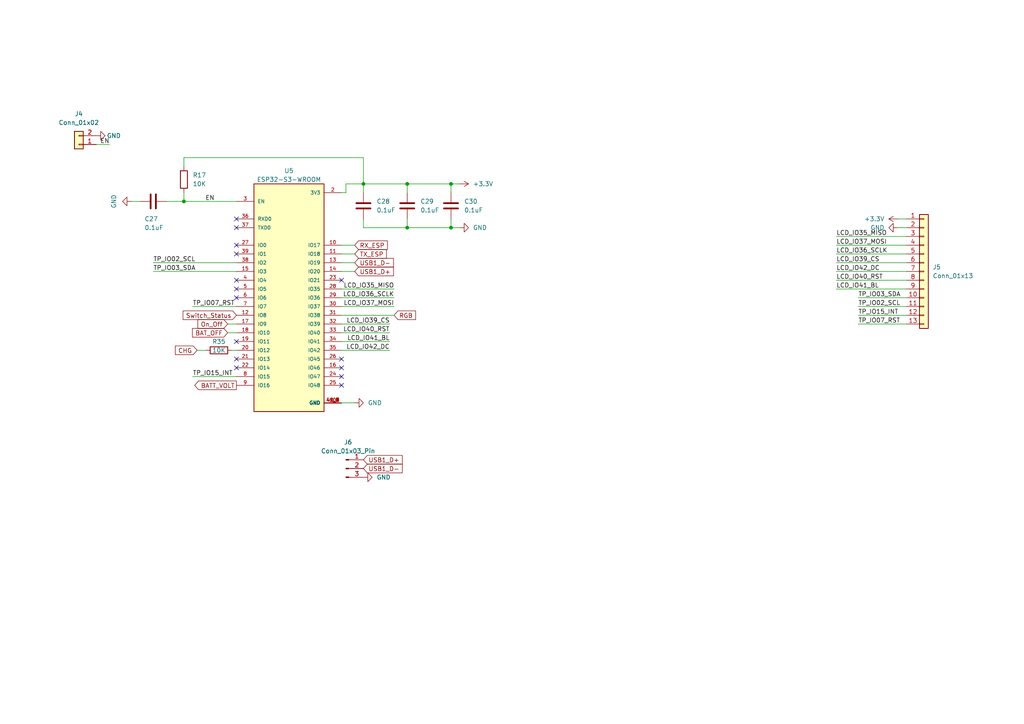
<source format=kicad_sch>
(kicad_sch (version 20230121) (generator eeschema)
  (paper "A4")
  (lib_symbols
    (symbol "Connector:Conn_01x03_Pin" (pin_names (offset 1.016) hide)
      (property "Reference" "J" (at 0 5.08 0))
      (property "Value" "Conn_01x03_Pin" (at 0 -5.08 0))
      (symbol "Conn_01x03_Pin_1_1"
        (polyline (pts (xy 1.27 -2.54) (xy 0.8636 -2.54)) (stroke (width 0.1524)))
        (polyline (pts (xy 1.27 0) (xy 0.8636 0)) (stroke (width 0.1524)))
        (polyline (pts (xy 1.27 2.54) (xy 0.8636 2.54)) (stroke (width 0.1524)))
        (rectangle (start 0.8636 -2.413) (end 0 -2.667) (stroke (width 0.1524)) (fill (type outline)))
        (rectangle (start 0.8636 0.127) (end 0 -0.127) (stroke (width 0.1524)) (fill (type outline)))
        (rectangle (start 0.8636 2.667) (end 0 2.413) (stroke (width 0.1524)) (fill (type outline)))
        (pin passive line (at 5.08 2.54 180) (length 3.81) (name "Pin_1") (number "1"))
        (pin passive line (at 5.08 0 180) (length 3.81) (name "Pin_2") (number "2"))
        (pin passive line (at 5.08 -2.54 180) (length 3.81) (name "Pin_3") (number "3"))
      )
    )
    (symbol "Connector_Generic:Conn_01x02" (pin_names (offset 1.016) hide)
      (property "Reference" "J" (at 0 2.54 0))
      (property "Value" "Conn_01x02" (at 0 -5.08 0))
      (symbol "Conn_01x02_1_1"
        (rectangle (start -1.27 -2.413) (end 0 -2.667) (stroke (width 0.1524)))
        (rectangle (start -1.27 0.127) (end 0 -0.127) (stroke (width 0.1524)))
        (rectangle (start -1.27 1.27) (end 1.27 -3.81) (stroke (width 0.254)) (fill (type background)))
        (pin passive line (at -5.08 0 0) (length 3.81) (name "Pin_1") (number "1"))
        (pin passive line (at -5.08 -2.54 0) (length 3.81) (name "Pin_2") (number "2"))
      )
    )
    (symbol "Connector_Generic:Conn_01x13" (pin_names (offset 1.016) hide)
      (property "Reference" "J" (at 0 17.78 0))
      (property "Value" "Conn_01x13" (at 0 -17.78 0))
      (symbol "Conn_01x13_1_1"
        (rectangle (start -1.27 -15.113) (end 0 -15.367) (stroke (width 0.1524)))
        (rectangle (start -1.27 -12.573) (end 0 -12.827) (stroke (width 0.1524)))
        (rectangle (start -1.27 -10.033) (end 0 -10.287) (stroke (width 0.1524)))
        (rectangle (start -1.27 -7.493) (end 0 -7.747) (stroke (width 0.1524)))
        (rectangle (start -1.27 -4.953) (end 0 -5.207) (stroke (width 0.1524)))
        (rectangle (start -1.27 -2.413) (end 0 -2.667) (stroke (width 0.1524)))
        (rectangle (start -1.27 0.127) (end 0 -0.127) (stroke (width 0.1524)))
        (rectangle (start -1.27 2.667) (end 0 2.413) (stroke (width 0.1524)))
        (rectangle (start -1.27 5.207) (end 0 4.953) (stroke (width 0.1524)))
        (rectangle (start -1.27 7.747) (end 0 7.493) (stroke (width 0.1524)))
        (rectangle (start -1.27 10.287) (end 0 10.033) (stroke (width 0.1524)))
        (rectangle (start -1.27 12.827) (end 0 12.573) (stroke (width 0.1524)))
        (rectangle (start -1.27 15.367) (end 0 15.113) (stroke (width 0.1524)))
        (rectangle (start -1.27 16.51) (end 1.27 -16.51) (stroke (width 0.254)) (fill (type background)))
        (pin passive line (at -5.08 15.24 0) (length 3.81) (name "Pin_1") (number "1"))
        (pin passive line (at -5.08 -7.62 0) (length 3.81) (name "Pin_10") (number "10"))
        (pin passive line (at -5.08 -10.16 0) (length 3.81) (name "Pin_11") (number "11"))
        (pin passive line (at -5.08 -12.7 0) (length 3.81) (name "Pin_12") (number "12"))
        (pin passive line (at -5.08 -15.24 0) (length 3.81) (name "Pin_13") (number "13"))
        (pin passive line (at -5.08 12.7 0) (length 3.81) (name "Pin_2") (number "2"))
        (pin passive line (at -5.08 10.16 0) (length 3.81) (name "Pin_3") (number "3"))
        (pin passive line (at -5.08 7.62 0) (length 3.81) (name "Pin_4") (number "4"))
        (pin passive line (at -5.08 5.08 0) (length 3.81) (name "Pin_5") (number "5"))
        (pin passive line (at -5.08 2.54 0) (length 3.81) (name "Pin_6") (number "6"))
        (pin passive line (at -5.08 0 0) (length 3.81) (name "Pin_7") (number "7"))
        (pin passive line (at -5.08 -2.54 0) (length 3.81) (name "Pin_8") (number "8"))
        (pin passive line (at -5.08 -5.08 0) (length 3.81) (name "Pin_9") (number "9"))
      )
    )
    (symbol "Device:C" (pin_numbers hide) (pin_names (offset 0.254))
      (property "Reference" "C" (at 0.635 2.54 0))
      (property "Value" "C" (at 0.635 -2.54 0))
      (symbol "C_0_1"
        (polyline (pts (xy -2.032 -0.762) (xy 2.032 -0.762)) (stroke (width 0.508)))
        (polyline (pts (xy -2.032 0.762) (xy 2.032 0.762)) (stroke (width 0.508)))
      )
      (symbol "C_1_1"
        (pin passive line (at 0 3.81 270) (length 2.794) (name "~") (number "1"))
        (pin passive line (at 0 -3.81 90) (length 2.794) (name "~") (number "2"))
      )
    )
    (symbol "Device:R" (pin_numbers hide) (pin_names (offset 0))
      (property "Reference" "R" (at 2.032 0 90))
      (property "Value" "R" (at 0 0 90))
      (symbol "R_0_1"
        (rectangle (start -1.016 -2.54) (end 1.016 2.54) (stroke (width 0.254)))
      )
      (symbol "R_1_1"
        (pin passive line (at 0 3.81 270) (length 1.27) (name "~") (number "1"))
        (pin passive line (at 0 -3.81 90) (length 1.27) (name "~") (number "2"))
      )
    )
    (symbol "Dotworld:ESP32-S3-WROOM" (pin_names (offset 1.016))
      (property "Reference" "U" (at -10.16 34.1122 0))
      (property "Value" "ESP32-S3-WROOM" (at -10.16 -35.56 0))
      (symbol "ESP32-S3-WROOM_0_0"
        (rectangle (start -10.16 -33.02) (end 10.16 33.02) (stroke (width 0.254)) (fill (type background)))
        (pin power_in line (at 15.24 -30.48 180) (length 5.08) (name "GND") (number "1"))
        (pin bidirectional line (at 15.24 15.24 180) (length 5.08) (name "IO17") (number "10"))
        (pin bidirectional line (at 15.24 12.7 180) (length 5.08) (name "IO18") (number "11"))
        (pin bidirectional line (at -15.24 -5.08 0) (length 5.08) (name "IO8") (number "12"))
        (pin bidirectional line (at 15.24 10.16 180) (length 5.08) (name "IO19") (number "13"))
        (pin bidirectional line (at 15.24 7.62 180) (length 5.08) (name "IO20") (number "14"))
        (pin bidirectional line (at -15.24 7.62 0) (length 5.08) (name "IO3") (number "15"))
        (pin bidirectional line (at 15.24 -20.32 180) (length 5.08) (name "IO46") (number "16"))
        (pin bidirectional line (at -15.24 -7.62 0) (length 5.08) (name "IO9") (number "17"))
        (pin bidirectional line (at -15.24 -10.16 0) (length 5.08) (name "IO10") (number "18"))
        (pin bidirectional line (at -15.24 -12.7 0) (length 5.08) (name "IO11") (number "19"))
        (pin power_in line (at 15.24 30.48 180) (length 5.08) (name "3V3") (number "2"))
        (pin bidirectional line (at -15.24 -15.24 0) (length 5.08) (name "IO12") (number "20"))
        (pin bidirectional line (at -15.24 -17.78 0) (length 5.08) (name "IO13") (number "21"))
        (pin bidirectional line (at -15.24 -20.32 0) (length 5.08) (name "IO14") (number "22"))
        (pin bidirectional line (at 15.24 5.08 180) (length 5.08) (name "IO21") (number "23"))
        (pin bidirectional line (at 15.24 -22.86 180) (length 5.08) (name "IO47") (number "24"))
        (pin bidirectional line (at 15.24 -25.4 180) (length 5.08) (name "IO48") (number "25"))
        (pin bidirectional line (at 15.24 -17.78 180) (length 5.08) (name "IO45") (number "26"))
        (pin bidirectional line (at -15.24 15.24 0) (length 5.08) (name "IO0") (number "27"))
        (pin bidirectional line (at 15.24 2.54 180) (length 5.08) (name "IO35") (number "28"))
        (pin bidirectional line (at 15.24 0 180) (length 5.08) (name "IO36") (number "29"))
        (pin input line (at -15.24 27.94 0) (length 5.08) (name "EN") (number "3"))
        (pin bidirectional line (at 15.24 -2.54 180) (length 5.08) (name "IO37") (number "30"))
        (pin bidirectional line (at 15.24 -5.08 180) (length 5.08) (name "IO38") (number "31"))
        (pin bidirectional line (at 15.24 -7.62 180) (length 5.08) (name "IO39") (number "32"))
        (pin bidirectional line (at 15.24 -10.16 180) (length 5.08) (name "IO40") (number "33"))
        (pin bidirectional line (at 15.24 -12.7 180) (length 5.08) (name "IO41") (number "34"))
        (pin bidirectional line (at 15.24 -15.24 180) (length 5.08) (name "IO42") (number "35"))
        (pin bidirectional line (at -15.24 22.86 0) (length 5.08) (name "RXD0") (number "36"))
        (pin bidirectional line (at -15.24 20.32 0) (length 5.08) (name "TXD0") (number "37"))
        (pin bidirectional line (at -15.24 10.16 0) (length 5.08) (name "IO2") (number "38"))
        (pin bidirectional line (at -15.24 12.7 0) (length 5.08) (name "IO1") (number "39"))
        (pin bidirectional line (at -15.24 5.08 0) (length 5.08) (name "IO4") (number "4"))
        (pin power_in line (at 15.24 -30.48 180) (length 5.08) (name "GND") (number "40"))
        (pin power_in line (at 15.24 -30.48 180) (length 5.08) (name "GND") (number "41_1"))
        (pin power_in line (at 15.24 -30.48 180) (length 5.08) (name "GND") (number "41_2"))
        (pin power_in line (at 15.24 -30.48 180) (length 5.08) (name "GND") (number "41_3"))
        (pin power_in line (at 15.24 -30.48 180) (length 5.08) (name "GND") (number "41_4"))
        (pin power_in line (at 15.24 -30.48 180) (length 5.08) (name "GND") (number "41_5"))
        (pin power_in line (at 15.24 -30.48 180) (length 5.08) (name "GND") (number "41_6"))
        (pin power_in line (at 15.24 -30.48 180) (length 5.08) (name "GND") (number "41_7"))
        (pin power_in line (at 15.24 -30.48 180) (length 5.08) (name "GND") (number "41_8"))
        (pin power_in line (at 15.24 -30.48 180) (length 5.08) (name "GND") (number "41_9"))
        (pin bidirectional line (at -15.24 2.54 0) (length 5.08) (name "IO5") (number "5"))
        (pin bidirectional line (at -15.24 0 0) (length 5.08) (name "IO6") (number "6"))
        (pin bidirectional line (at -15.24 -2.54 0) (length 5.08) (name "IO7") (number "7"))
        (pin bidirectional line (at -15.24 -22.86 0) (length 5.08) (name "IO15") (number "8"))
        (pin bidirectional line (at -15.24 -25.4 0) (length 5.08) (name "IO16") (number "9"))
      )
    )
    (symbol "GND_1" (power) (pin_names (offset 0))
      (property "Value" "GND_1" (at 0 -3.81 0))
      (symbol "GND_1_0_1"
        (polyline (pts (xy 0 0) (xy 0 -1.27) (xy 1.27 -1.27) (xy 0 -2.54) (xy -1.27 -1.27) (xy 0 -1.27)))
      )
      (symbol "GND_1_1_1"
        (pin power_in line (at 0 0 270) (length 0) hide (name "GND") (number "1"))
      )
    )
    (symbol "GND_2" (power) (pin_names (offset 0))
      (property "Value" "GND_2" (at 0 -3.81 0))
      (symbol "GND_2_0_1"
        (polyline (pts (xy 0 0) (xy 0 -1.27) (xy 1.27 -1.27) (xy 0 -2.54) (xy -1.27 -1.27) (xy 0 -1.27)))
      )
      (symbol "GND_2_1_1"
        (pin power_in line (at 0 0 270) (length 0) hide (name "GND") (number "1"))
      )
    )
    (symbol "power:+3.3V" (power) (pin_names (offset 0))
      (property "Value" "+3.3V" (at 0 3.556 0))
      (symbol "+3.3V_0_1"
        (polyline (pts (xy -0.762 1.27) (xy 0 2.54)))
        (polyline (pts (xy 0 0) (xy 0 2.54)))
        (polyline (pts (xy 0 2.54) (xy 0.762 1.27)))
      )
      (symbol "+3.3V_1_1"
        (pin power_in line (at 0 0 90) (length 0) hide (name "+3.3V") (number "1"))
      )
    )
    (symbol "power:GND" (power) (pin_names (offset 0))
      (property "Value" "GND" (at 0 -3.81 0))
      (symbol "GND_0_1"
        (polyline (pts (xy 0 0) (xy 0 -1.27) (xy 1.27 -1.27) (xy 0 -2.54) (xy -1.27 -1.27) (xy 0 -1.27)))
      )
      (symbol "GND_1_1"
        (pin power_in line (at 0 0 270) (length 0) hide (name "GND") (number "1"))
      )
    )
  )
  (junction (at 105.41 53.34))
  (junction (at 53.34 58.42))
  (junction (at 130.81 66.04))
  (junction (at 118.11 53.34))
  (junction (at 118.11 66.04))
  (junction (at 130.81 53.34))
  (no_connect (at 68.58 73.66))
  (no_connect (at 68.58 104.14))
  (no_connect (at 68.58 106.68))
  (no_connect (at 68.58 83.82))
  (no_connect (at 68.58 99.06))
  (no_connect (at 99.06 109.22))
  (no_connect (at 99.06 104.14))
  (no_connect (at 99.06 106.68))
  (no_connect (at 68.58 66.04))
  (no_connect (at 68.58 63.5))
  (no_connect (at 99.06 111.76))
  (no_connect (at 68.58 81.28))
  (no_connect (at 99.06 81.28))
  (no_connect (at 68.58 71.12))
  (no_connect (at 68.58 86.36))
  (wire (pts (xy 53.34 45.72) (xy 105.41 45.72)))
  (wire (pts (xy 102.87 116.84) (xy 99.06 116.84)))
  (wire (pts (xy 99.06 99.06) (xy 113.03 99.06)))
  (wire (pts (xy 130.81 66.04) (xy 130.81 63.5)))
  (wire (pts (xy 105.41 55.88) (xy 105.41 53.34)))
  (wire (pts (xy 260.35 66.04) (xy 262.89 66.04)))
  (wire (pts (xy 67.31 101.6) (xy 68.58 101.6)))
  (wire (pts (xy 242.57 68.58) (xy 262.89 68.58)))
  (wire (pts (xy 53.34 45.72) (xy 53.34 48.26)))
  (wire (pts (xy 66.04 96.52) (xy 68.58 96.52)))
  (wire (pts (xy 242.57 71.12) (xy 262.89 71.12)))
  (wire (pts (xy 105.41 45.72) (xy 105.41 53.34)))
  (wire (pts (xy 242.57 78.74) (xy 262.89 78.74)))
  (wire (pts (xy 99.06 101.6) (xy 113.03 101.6)))
  (wire (pts (xy 44.45 76.2) (xy 68.58 76.2)))
  (wire (pts (xy 133.35 66.04) (xy 130.81 66.04)))
  (wire (pts (xy 118.11 63.5) (xy 118.11 66.04)))
  (wire (pts (xy 133.35 53.34) (xy 130.81 53.34)))
  (wire (pts (xy 53.34 58.42) (xy 68.58 58.42)))
  (wire (pts (xy 57.15 101.6) (xy 59.69 101.6)))
  (wire (pts (xy 99.06 73.66) (xy 102.87 73.66)))
  (wire (pts (xy 248.92 91.44) (xy 262.89 91.44)))
  (wire (pts (xy 53.34 55.88) (xy 53.34 58.42)))
  (wire (pts (xy 248.92 88.9) (xy 262.89 88.9)))
  (wire (pts (xy 99.06 86.36) (xy 114.3 86.36)))
  (wire (pts (xy 99.06 93.98) (xy 113.03 93.98)))
  (wire (pts (xy 38.1 58.42) (xy 40.64 58.42)))
  (wire (pts (xy 102.87 78.74) (xy 99.06 78.74)))
  (wire (pts (xy 130.81 53.34) (xy 130.81 55.88)))
  (wire (pts (xy 100.33 55.88) (xy 99.06 55.88)))
  (wire (pts (xy 248.92 86.36) (xy 262.89 86.36)))
  (wire (pts (xy 55.88 88.9) (xy 68.58 88.9)))
  (wire (pts (xy 48.26 58.42) (xy 53.34 58.42)))
  (wire (pts (xy 260.35 63.5) (xy 262.89 63.5)))
  (wire (pts (xy 105.41 63.5) (xy 105.41 66.04)))
  (wire (pts (xy 242.57 73.66) (xy 262.89 73.66)))
  (wire (pts (xy 242.57 81.28) (xy 262.89 81.28)))
  (wire (pts (xy 118.11 53.34) (xy 130.81 53.34)))
  (wire (pts (xy 114.3 91.44) (xy 99.06 91.44)))
  (wire (pts (xy 105.41 66.04) (xy 118.11 66.04)))
  (wire (pts (xy 242.57 76.2) (xy 262.89 76.2)))
  (wire (pts (xy 44.45 78.74) (xy 68.58 78.74)))
  (wire (pts (xy 27.94 41.91) (xy 31.75 41.91)))
  (wire (pts (xy 102.87 76.2) (xy 99.06 76.2)))
  (wire (pts (xy 118.11 66.04) (xy 130.81 66.04)))
  (wire (pts (xy 248.92 93.98) (xy 262.89 93.98)))
  (wire (pts (xy 100.33 53.34) (xy 105.41 53.34)))
  (wire (pts (xy 242.57 83.82) (xy 262.89 83.82)))
  (wire (pts (xy 99.06 83.82) (xy 114.3 83.82)))
  (wire (pts (xy 113.03 96.52) (xy 99.06 96.52)))
  (wire (pts (xy 105.41 53.34) (xy 118.11 53.34)))
  (wire (pts (xy 55.88 109.22) (xy 68.58 109.22)))
  (wire (pts (xy 118.11 53.34) (xy 118.11 55.88)))
  (wire (pts (xy 102.87 71.12) (xy 99.06 71.12)))
  (wire (pts (xy 66.04 93.98) (xy 68.58 93.98)))
  (wire (pts (xy 100.33 55.88) (xy 100.33 53.34)))
  (wire (pts (xy 99.06 88.9) (xy 114.3 88.9)))
  (label "TP_IO15_INT" (at 55.88 109.22 0))
  (label "TP_IO03_SDA" (at 44.45 78.74 0))
  (label "LCD_IO40_RST" (at 242.57 81.28 0))
  (label "EN" (at 62.23 58.42 180))
  (label "LCD_IO35_MISO" (at 242.57 68.58 0))
  (label "EN" (at 31.75 41.91 180))
  (label "LCD_IO35_MISO" (at 114.3 83.82 180))
  (label "LCD_IO36_SCLK" (at 242.57 73.66 0))
  (label "TP_IO07_RST" (at 248.92 93.98 0))
  (label "TP_IO02_SCL" (at 44.45 76.2 0))
  (label "TP_IO03_SDA" (at 248.92 86.36 0))
  (label "LCD_IO42_DC" (at 113.03 101.6 180))
  (label "TP_IO07_RST" (at 55.88 88.9 0))
  (label "LCD_IO37_MOSI" (at 242.57 71.12 0))
  (label "LCD_IO40_RST" (at 113.03 96.52 180))
  (label "LCD_IO37_MOSI" (at 114.3 88.9 180))
  (label "LCD_IO36_SCLK" (at 114.3 86.36 180))
  (label "LCD_IO39_CS" (at 113.03 93.98 180))
  (label "TP_IO15_INT" (at 248.92 91.44 0))
  (label "LCD_IO39_CS" (at 242.57 76.2 0))
  (label "LCD_IO42_DC" (at 242.57 78.74 0))
  (label "LCD_IO41_BL" (at 113.03 99.06 180))
  (label "TP_IO02_SCL" (at 248.92 88.9 0))
  (label "LCD_IO41_BL" (at 242.57 83.82 0))
  (global_label "On_Off" (shape input) (at 66.04 93.98 180) (property "Intersheetrefs" "${INTERSHEET_REFS}" (effects hide)))
  (global_label "RX_ESP" (shape input) (at 102.87 71.12 0) (property "Intersheetrefs" "${INTERSHEET_REFS}" (effects hide)))
  (global_label "USB1_D+" (shape input) (at 102.87 78.74 0) (property "Intersheetrefs" "${INTERSHEET_REFS}" (effects hide)))
  (global_label "TX_ESP" (shape input) (at 102.87 73.66 0) (property "Intersheetrefs" "${INTERSHEET_REFS}" (effects hide)))
  (global_label "RGB" (shape input) (at 114.3 91.44 0) (property "Intersheetrefs" "${INTERSHEET_REFS}" (effects hide)))
  (global_label "BATT_VOLT" (shape output) (at 68.58 111.76 180) (property "Intersheetrefs" "${INTERSHEET_REFS}" (effects hide)))
  (global_label "USB1_D-" (shape input) (at 102.87 76.2 0) (property "Intersheetrefs" "${INTERSHEET_REFS}" (effects hide)))
  (global_label "USB1_D+" (shape input) (at 105.41 133.35 0) (property "Intersheetrefs" "${INTERSHEET_REFS}" (effects hide)))
  (global_label "USB1_D-" (shape input) (at 105.41 135.89 0) (property "Intersheetrefs" "${INTERSHEET_REFS}" (effects hide)))
  (global_label "BAT_OFF" (shape input) (at 66.04 96.52 180) (property "Intersheetrefs" "${INTERSHEET_REFS}" (effects hide)))
  (global_label "CHG" (shape input) (at 57.15 101.6 180) (property "Intersheetrefs" "${INTERSHEET_REFS}" (effects hide)))
  (global_label "Switch_Status" (shape input) (at 68.58 91.44 180) (property "Intersheetrefs" "${INTERSHEET_REFS}" (effects hide)))
  (symbol (lib_id "Device:C") (at 105.41 59.69 0) (unit 1)
    (property "Reference" "C28" (at 109.22 58.42 0) (effects (justify left)))
    (property "Value" "0.1uF" (at 109.22 60.96 0) (effects (justify left)))
    (property "Footprint" "Capacitor_SMD:C_0603_1608Metric" (effects hide))
  )
  (symbol (lib_id "Device:C") (at 44.45 58.42 270) (unit 1)
    (property "Reference" "C27" (at 41.91 63.5 90) (effects (justify left)))
    (property "Value" "0.1uF" (at 41.91 66.04 90) (effects (justify left)))
    (property "Footprint" "Capacitor_SMD:C_0603_1608Metric" (effects hide))
  )
  (symbol (lib_id "power:GND") (at 105.41 138.43 90) (unit 1)
    (property "Reference" "#PWR043" (effects hide))
    (property "Value" "GND" (at 109.22 138.43 90) (effects (justify right)))
  )
  (symbol (lib_id "Device:R") (at 53.34 52.07 180) (unit 1)
    (property "Reference" "R17" (at 55.88 50.8 0) (effects (justify right)))
    (property "Value" "10K" (at 55.88 53.34 0) (effects (justify right)))
    (property "Footprint" "Resistor_SMD:R_0402_1005Metric" (effects hide))
  )
  (symbol (lib_id "Device:R") (at 63.5 101.6 270) (unit 1)
    (property "Reference" "R35" (at 63.5 99.06 90))
    (property "Value" "10K" (at 63.5 101.6 90))
    (property "Footprint" "Resistor_SMD:R_0402_1005Metric" (effects hide))
  )
  (symbol (lib_id "Dotworld:ESP32-S3-WROOM") (at 83.82 86.36 0) (unit 1)
    (property "Reference" "U5" (at 83.82 49.53 0))
    (property "Value" "ESP32-S3-WROOM" (at 83.82 52.07 0))
    (property "Footprint" "Dotworld:ESP32-S3-WROOM1-N4R2" (effects hide))
    (property "STANDARD" "Manufacturer Recommendations" (effects hide))
    (property "MAXIMUM_PACKAGE_HEIGHT" "3.25mm" (effects hide))
    (property "MANUFACTURER" "Espressif" (effects hide))
    (property "PARTREV" "v1.0" (effects hide))
  )
  (symbol (lib_name "GND_1") (lib_id "power:GND") (at 38.1 58.42 270) (unit 1)
    (property "Reference" "#PWR038" (effects hide))
    (property "Value" "GND" (at 33.02 58.42 0))
  )
  (symbol (lib_id "Connector_Generic:Conn_01x13") (at 267.97 78.74 0) (unit 1)
    (property "Reference" "J5" (at 270.51 77.47 0) (effects (justify left)))
    (property "Value" "Conn_01x13" (at 270.51 80.01 0) (effects (justify left)))
    (property "Footprint" "Connector_JST:JST_GH_SM13B-GHS-TB_1x13-1MP_P1.25mm_Horizontal" (effects hide))
  )
  (symbol (lib_id "Connector_Generic:Conn_01x02") (at 22.86 41.91 180) (unit 1)
    (property "Reference" "J4" (at 22.86 33.02 0))
    (property "Value" "Conn_01x02" (at 22.86 35.56 0))
    (property "Footprint" "Connector_PinHeader_1.27mm:PinHeader_1x02_P1.27mm_Vertical" (effects hide))
  )
  (symbol (lib_id "power:GND") (at 27.94 39.37 90) (unit 1)
    (property "Reference" "#PWR036" (effects hide))
    (property "Value" "GND" (at 33.02 39.37 90))
  )
  (symbol (lib_id "Connector:Conn_01x03_Pin") (at 100.33 135.89 0) (unit 1)
    (property "Reference" "J6" (at 100.965 128.27 0))
    (property "Value" "Conn_01x03_Pin" (at 100.965 130.81 0))
    (property "Footprint" "Connector_PinHeader_2.00mm:PinHeader_1x03_P2.00mm_Vertical" (effects hide))
  )
  (symbol (lib_id "power:GND") (at 260.35 66.04 270) (unit 1)
    (property "Reference" "#PWR041" (effects hide))
    (property "Value" "GND" (at 256.54 66.04 90) (effects (justify right)))
  )
  (symbol (lib_id "power:+3.3V") (at 133.35 53.34 270) (unit 1)
    (property "Reference" "#PWR037" (effects hide))
    (property "Value" "+3.3V" (at 137.16 53.34 90) (effects (justify left)))
  )
  (symbol (lib_id "Device:C") (at 130.81 59.69 0) (unit 1)
    (property "Reference" "C30" (at 134.62 58.42 0) (effects (justify left)))
    (property "Value" "0.1uF" (at 134.62 60.96 0) (effects (justify left)))
    (property "Footprint" "Capacitor_SMD:C_0603_1608Metric" (effects hide))
  )
  (symbol (lib_id "Device:C") (at 118.11 59.69 0) (unit 1)
    (property "Reference" "C29" (at 121.92 58.42 0) (effects (justify left)))
    (property "Value" "0.1uF" (at 121.92 60.96 0) (effects (justify left)))
    (property "Footprint" "Capacitor_SMD:C_0603_1608Metric" (effects hide))
  )
  (symbol (lib_name "GND_2") (lib_id "power:GND") (at 102.87 116.84 90) (unit 1)
    (property "Reference" "#PWR042" (effects hide))
    (property "Value" "GND" (at 106.68 116.84 90) (effects (justify right)))
  )
  (symbol (lib_id "power:+3.3V") (at 260.35 63.5 90) (unit 1)
    (property "Reference" "#PWR039" (effects hide))
    (property "Value" "+3.3V" (at 256.54 63.5 90) (effects (justify left)))
  )
  (symbol (lib_name "GND_1") (lib_id "power:GND") (at 133.35 66.04 90) (unit 1)
    (property "Reference" "#PWR040" (effects hide))
    (property "Value" "GND" (at 137.16 66.04 90) (effects (justify right)))
  )
)
</source>
